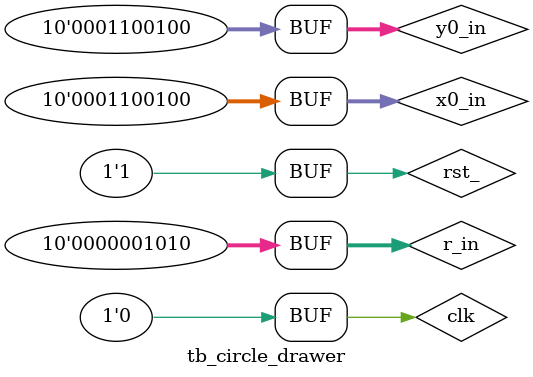
<source format=v>
`timescale 1ns / 1ps

module tb_circle_drawer;

    // Clock and Sync Reset
    reg clk;
    reg rst_;
    
    // Circle Defintion
    reg [9:0] x0_in;
    reg [9:0] y0_in;
    reg [9:0] r_in;
    
    // Unit Under Test
    circle_drawer uut(
        .clk(clk),
        .rst_(rst_),  
        .x0_in(x0_in), 
        .y0_in(y0_in),
        .r_in(r_in) 
    );
    
    initial 
    begin
    
        $display("*x\ty\tdx\tdy\te");
    
        clk     = 1'b0;
        rst_    = 1'b1; 
        
        x0_in = 100;
        y0_in = 100;
        r_in  = 10;
        
        #10;
        
        #5 rst_ = ~rst_; clk = ~clk;
        #5 rst_ = ~rst_; clk = ~clk;
        
        repeat(200)
        begin
            #5 clk = ~clk;
        end
    
    end

endmodule
</source>
